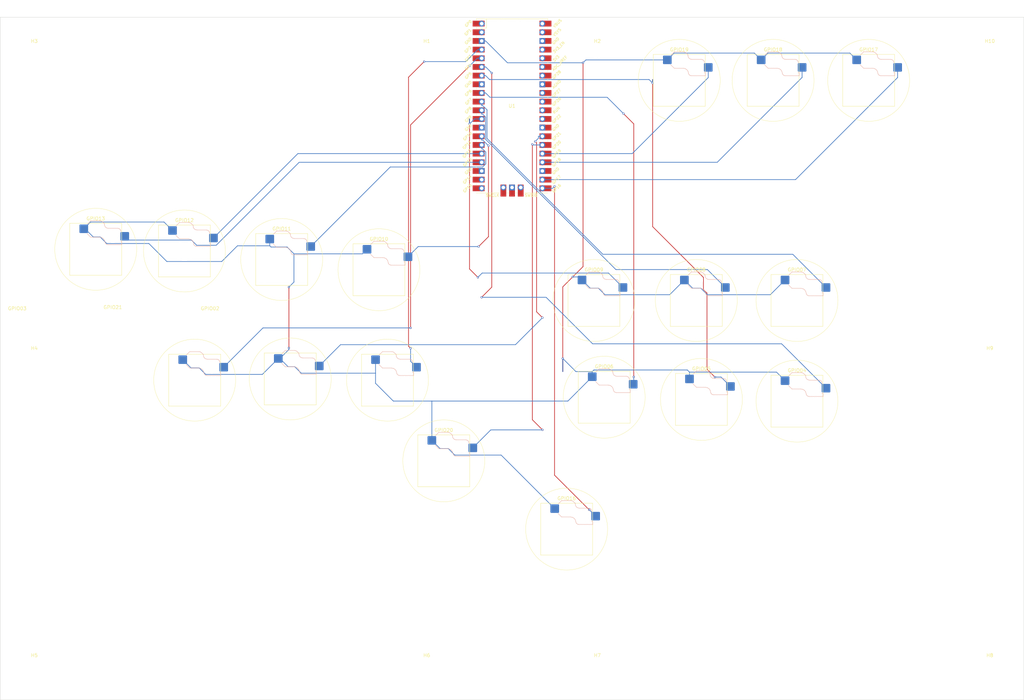
<source format=kicad_pcb>
(kicad_pcb (version 20241229) (generator "pcbnew") (generator_version "9.0")
  (layers (0 "F.Cu" signal) (2 "B.Cu" signal) (13 "F.Paste" user) (15 "B.Paste" user) (5 "F.SilkS" user "F.Silkscreen") (7 "B.SilkS" user "B.Silkscreen") (1 "F.Mask" user) (3 "B.Mask" user) (25 "Edge.Cuts" user))
  (net 0 "")
  (net 1 "GND")
  (net 2 "GPIO02")
  (net 3 "GPIO03")
  (net 4 "GPIO04")
  (net 5 "GPIO05")
  (net 6 "GPIO06")
  (net 7 "GPIO07")
  (net 8 "GPIO08")
  (net 9 "GPIO09")
  (net 10 "GPIO10")
  (net 11 "GPIO11")
  (net 12 "GPIO12")
  (net 13 "GPIO13")
  (net 14 "GPIO16")
  (net 15 "GPIO17")
  (net 16 "GPIO18")
  (net 17 "GPIO19")
  (net 18 "GPIO20")
  (net 19 "GPIO21")
  (footprint "switch_24" (layer "F.Cu") (at 254.5 18.5)
    (property "Reference" "GPIO17")
    (property "Value" "button_24")
  )
  (footprint "switch_24" (layer "F.Cu") (at 205.5 112)
    (property "Reference" "GPIO05")
    (property "Value" "button_24")
  )
  (footprint "switch_24" (layer "F.Cu") (at 82.5 71)
    (property "Reference" "GPIO11")
    (property "Value" "button_24")
  )
  (footprint "MountingHole_3.2mm_M3" (layer "F.Cu") (at 125 10)
    (property "Reference" "H1")
    (property "Value" "MountingHole_3.2mm_M3")
  )
  (footprint "switch_24" (layer "F.Cu") (at 199 18.5)
    (property "Reference" "GPIO19")
    (property "Value" "button_24")
  )
  (footprint "switch_24" (layer "F.Cu") (at 166 150)
    (property "Reference" "GPIO16")
    (property "Value" "button_24")
  )
  (footprint "MountingHole_3.2mm_M3" (layer "F.Cu") (at 10 190)
    (property "Reference" "H5")
    (property "Value" "MountingHole_3.2mm_M3")
  )
  (footprint "switch_24" (layer "F.Cu") (at 54 68.5)
    (property "Reference" "GPIO12")
    (property "Value" "button_24")
  )
  (footprint "switch_24" (layer "F.Cu") (at 111 74)
    (property "Reference" "GPIO10")
    (property "Value" "button_24")
  )
  (footprint "switch_24" (layer "F.Cu") (at 177 111.35)
    (property "Reference" "GPIO06")
    (property "Value" "button_24")
  )
  (footprint "MountingHole_3.2mm_M3" (layer "F.Cu") (at 125 190)
    (property "Reference" "H6")
    (property "Value" "MountingHole_3.2mm_M3")
  )
  (footprint "MountingHole_3.2mm_M3" (layer "F.Cu") (at 290 190)
    (property "Reference" "H8")
    (property "Value" "MountingHole_3.2mm_M3")
  )
  (footprint "switch_24" (layer "F.Cu") (at 85 106)
    (property "Reference" "GPIO21")
    (property "Value" "button_24")
  )
  (footprint "switch_24" (layer "F.Cu") (at 130 130)
    (property "Reference" "GPIO20")
    (property "Value" "button_24")
  )
  (footprint "MountingHole_3.2mm_M3" (layer "F.Cu") (at 175 10)
    (property "Reference" "H2")
    (property "Value" "MountingHole_3.2mm_M3")
  )
  (footprint "switch_24" (layer "F.Cu") (at 233.5 112.5)
    (property "Reference" "GPIO04")
    (property "Value" "button_24")
  )
  (footprint "MountingHole_3.2mm_M3" (layer "F.Cu") (at 10 10)
    (property "Reference" "H3")
    (property "Value" "MountingHole_3.2mm_M3")
  )
  (footprint "MountingHole_3.2mm_M3" (layer "F.Cu") (at 175 190)
    (property "Reference" "H7")
    (property "Value" "MountingHole_3.2mm_M3")
  )
  (footprint "switch_24" (layer "F.Cu") (at 57 106.35)
    (property "Reference" "GPIO03")
    (property "Value" "button_24")
  )
  (footprint "RPi_Pico_SMD_TH" (layer "F.Cu") (at 150 26)
    (property "Reference" "U1")
    (property "Value" "Pico")
  )
  (footprint "MountingHole_3.2mm_M3" (layer "F.Cu") (at 290 100)
    (property "Reference" "H9")
    (property "Value" "MountingHole_3.2mm_M3")
  )
  (footprint "switch_24" (layer "F.Cu") (at 28 68)
    (property "Reference" "GPIO13")
    (property "Value" "button_24")
  )
  (footprint "switch_24" (layer "F.Cu") (at 226.5 18.5)
    (property "Reference" "GPIO18")
    (property "Value" "button_24")
  )
  (footprint "switch_24" (layer "F.Cu") (at 233.5 83)
    (property "Reference" "GPIO07")
    (property "Value" "button_24")
  )
  (footprint "MountingHole_3.2mm_M3" (layer "F.Cu") (at 10 100)
    (property "Reference" "H4")
    (property "Value" "MountingHole_3.2mm_M3")
  )
  (footprint "switch_24" (layer "F.Cu") (at 174 83)
    (property "Reference" "GPIO09")
    (property "Value" "button_24")
  )
  (footprint "switch_24" (layer "F.Cu") (at 113.5 106.35)
    (property "Reference" "GPIO02")
    (property "Value" "button_24")
  )
  (footprint "switch_24" (layer "F.Cu") (at 204 83)
    (property "Reference" "GPIO08")
    (property "Value" "button_24")
  )
  (footprint "MountingHole_3.2mm_M3" (layer "F.Cu") (at 290 10)
    (property "Reference" "H10")
    (property "Value" "MountingHole_3.2mm_M3")
  )
  (gr_line (start 300 200) (end 0 200) (stroke (width 0.1)) (layer "Edge.Cuts"))
  (gr_line (start 300 0) (end 300 200) (stroke (width 0.1)) (layer "Edge.Cuts"))
  (gr_line (start 0 200) (end 0 0) (stroke (width 0.1)) (layer "Edge.Cuts"))
  (gr_line (start 0 0) (end 300 0) (stroke (width 0.1)) (layer "Edge.Cuts"))
  (segment (start 164.8627 103.8477) (end 164.8627 99.9986) (width 0.2) (layer "F.Cu") (net 1))
  (segment (start 164.8627 99.9986) (end 164.8627 79.0176) (width 0.2) (layer "F.Cu") (net 1))
  (segment (start 164.8627 79.0176) (end 167.7865 76.0938) (width 0.2) (layer "F.Cu") (net 1))
  (segment (start 84.6106 79.0819) (end 84.6106 96.9207) (width 0.2) (layer "F.Cu") (net 1))
  (segment (start 170.8073 13.3437) (end 170.8073 73.073) (width 0.2) (layer "F.Cu") (net 1))
  (segment (start 170.8073 73.073) (end 167.7865 76.0938) (width 0.2) (layer "F.Cu") (net 1))
  (segment (start 164.8627 99.9986) (end 164.8627 103.8477) (width 0.2) (layer "F.Cu") (net 1))
  (segment (start 24.6871 61.8129) (end 26.4833 60.0167) (width 0.2) (layer "B.Cu") (net 1))
  (segment (start 221.0142 10.5142) (end 197.4858 10.5142) (width 0.2) (layer "B.Cu") (net 1))
  (segment (start 48.8424 71.5829) (end 64.9276 71.5829) (width 0.2) (layer "B.Cu") (net 1))
  (segment (start 26.4833 60.0167) (end 48.0167 60.0167) (width 0.2) (layer "B.Cu") (net 1))
  (segment (start 170.5 77) (end 172.9084 79.4084) (width 0.2) (layer "B.Cu") (net 1))
  (segment (start 79.3679 67.3429) (end 79 66.974999) (width 0.2) (layer "B.Cu") (net 1))
  (segment (start 81.9627 100.0115) (end 81.9628 100.0114) (width 0.2) (layer "B.Cu") (net 1))
  (segment (start 223 12.5) (end 221.0142 10.5142) (width 0.2) (layer "B.Cu") (net 1))
  (segment (start 249.0142 10.5142) (end 224.9858 10.5142) (width 0.2) (layer "B.Cu") (net 1))
  (segment (start 202.9084 79.4084) (end 205.3154 79.4084) (width 0.2) (layer "B.Cu") (net 1))
  (segment (start 48.0167 60.0167) (end 50.5 62.5) (width 0.2) (layer "B.Cu") (net 1))
  (segment (start 205.3154 79.4084) (end 207.221 81.314) (width 0.2) (layer "B.Cu") (net 1))
  (segment (start 202 104.0101) (end 201.3607 103.3708) (width 0.2) (layer "B.Cu") (net 1))
  (segment (start 196.186 81.314) (end 200.5 77) (width 0.2) (layer "B.Cu") (net 1))
  (segment (start 173.5 105.35) (end 173.5 103.8477) (width 0.2) (layer "B.Cu") (net 1))
  (segment (start 197.4858 10.5142) (end 195.5 12.5) (width 0.2) (layer "B.Cu") (net 1))
  (segment (start 172.9084 79.4084) (end 175.3154 79.4084) (width 0.2) (layer "B.Cu") (net 1))
  (segment (start 24.5 62) (end 24.6871 61.8129) (width 0.2) (layer "B.Cu") (net 1))
  (segment (start 81.9628 100.0114) (end 84.3597 102.4084) (width 0.2) (layer "B.Cu") (net 1))
  (segment (start 27.2826 64.4084) (end 29.3154 64.4084) (width 0.2) (layer "B.Cu") (net 1))
  (segment (start 146.814 128.314) (end 162.5 144) (width 0.2) (layer "B.Cu") (net 1))
  (segment (start 207.221 81.314) (end 225.686 81.314) (width 0.2) (layer "B.Cu") (net 1))
  (segment (start 86.0833 69.3316) (end 86.0833 77.6092) (width 0.2) (layer "B.Cu") (net 1))
  (segment (start 110 100.35) (end 110 104.314) (width 0.2) (layer "B.Cu") (net 1))
  (segment (start 58.3154 102.7584) (end 60.221 104.664) (width 0.2) (layer "B.Cu") (net 1))
  (segment (start 115.2092 112.4858) (end 126.5 112.4858) (width 0.2) (layer "B.Cu") (net 1))
  (segment (start 173.9769 103.3708) (end 173.5 103.8477) (width 0.2) (layer "B.Cu") (net 1))
  (segment (start 230 106.5) (end 227.5101 104.0101) (width 0.2) (layer "B.Cu") (net 1))
  (segment (start 131.3154 126.4084) (end 133.221 128.314) (width 0.2) (layer "B.Cu") (net 1))
  (segment (start 81.5 100) (end 81.5115 100.0115) (width 0.2) (layer "B.Cu") (net 1))
  (segment (start 164.8627 99.9986) (end 164.8627 103.8477) (width 0.2) (layer "B.Cu") (net 1))
  (segment (start 224.9858 10.5142) (end 223 12.5) (width 0.2) (layer "B.Cu") (net 1))
  (segment (start 60.221 104.664) (end 76.836 104.664) (width 0.2) (layer "B.Cu") (net 1))
  (segment (start 88.221 104.314) (end 110 104.314) (width 0.2) (layer "B.Cu") (net 1))
  (segment (start 81.9628 100.0114) (end 84.6106 97.3636) (width 0.2) (layer "B.Cu") (net 1))
  (segment (start 177.221 81.314) (end 196.186 81.314) (width 0.2) (layer "B.Cu") (net 1))
  (segment (start 79 66.974999) (end 79 65) (width 0.2) (layer "B.Cu") (net 1))
  (segment (start 24.6871 61.8129) (end 27.2826 64.4084) (width 0.2) (layer "B.Cu") (net 1))
  (segment (start 86.0833 69.3316) (end 84.0946 67.3429) (width 0.2) (layer "B.Cu") (net 1))
  (segment (start 225.686 81.314) (end 230 77) (width 0.2) (layer "B.Cu") (net 1))
  (segment (start 29.3154 64.4084) (end 31.221 66.313999) (width 0.2) (layer "B.Cu") (net 1))
  (segment (start 84.3597 102.4084) (end 86.3154 102.4084) (width 0.2) (layer "B.Cu") (net 1))
  (segment (start 53.5 100.35) (end 55.9084 102.7584) (width 0.2) (layer "B.Cu") (net 1))
  (segment (start 148.6554 13.3437) (end 170.8073 13.3437) (width 0.2) (layer "B.Cu") (net 1))
  (segment (start 133.221 128.314) (end 146.814 128.314) (width 0.2) (layer "B.Cu") (net 1))
  (segment (start 86.3154 102.4084) (end 88.221 104.314) (width 0.2) (layer "B.Cu") (net 1))
  (segment (start 175.3154 79.4084) (end 177.221 81.314) (width 0.2) (layer "B.Cu") (net 1))
  (segment (start 110 107.2766) (end 115.2092 112.4858) (width 0.2) (layer "B.Cu") (net 1))
  (segment (start 110 104.314) (end 110 107.2766) (width 0.2) (layer "B.Cu") (net 1))
  (segment (start 141.11 6.95) (end 142.2617 6.95) (width 0.2) (layer "B.Cu") (net 1))
  (segment (start 169.5938 76.0938) (end 167.7865 76.0938) (width 0.2) (layer "B.Cu") (net 1))
  (segment (start 86.0833 77.6092) (end 84.6106 79.0819) (width 0.2) (layer "B.Cu") (net 1))
  (segment (start 126.5 124) (end 126.5 112.4858) (width 0.2) (layer "B.Cu") (net 1))
  (segment (start 69.5355 66.974999) (end 79 66.974999) (width 0.2) (layer "B.Cu") (net 1))
  (segment (start 171.651 12.5) (end 195.5 12.5) (width 0.2) (layer "B.Cu") (net 1))
  (segment (start 170.5 77) (end 169.5938 76.0938) (width 0.2) (layer "B.Cu") (net 1))
  (segment (start 107.5 68) (end 106.1684 69.3316) (width 0.2) (layer "B.Cu") (net 1))
  (segment (start 126.5 124) (end 128.9084 126.4084) (width 0.2) (layer "B.Cu") (net 1))
  (segment (start 31.221 66.313999) (end 43.5735 66.313999) (width 0.2) (layer "B.Cu") (net 1))
  (segment (start 200.5 77) (end 202.9084 79.4084) (width 0.2) (layer "B.Cu") (net 1))
  (segment (start 84.0946 67.3429) (end 79.3679 67.3429) (width 0.2) (layer "B.Cu") (net 1))
  (segment (start 251 12.5) (end 249.0142 10.5142) (width 0.2) (layer "B.Cu") (net 1))
  (segment (start 173.5 103.8477) (end 168.7118 103.8477) (width 0.2) (layer "B.Cu") (net 1))
  (segment (start 202 104.0101) (end 202 106) (width 0.2) (layer "B.Cu") (net 1))
  (segment (start 166.3642 112.4858) (end 173.5 105.35) (width 0.2) (layer "B.Cu") (net 1))
  (segment (start 43.5735 66.313999) (end 48.8424 71.5829) (width 0.2) (layer "B.Cu") (net 1))
  (segment (start 142.2617 6.95) (end 148.6554 13.3437) (width 0.2) (layer "B.Cu") (net 1))
  (segment (start 64.9276 71.5829) (end 69.5355 66.974999) (width 0.2) (layer "B.Cu") (net 1))
  (segment (start 81.5115 100.0115) (end 81.9627 100.0115) (width 0.2) (layer "B.Cu") (net 1))
  (segment (start 170.8073 13.3437) (end 171.651 12.5) (width 0.2) (layer "B.Cu") (net 1))
  (segment (start 164.8627 103.8477) (end 164.8627 99.9986) (width 0.2) (layer "B.Cu") (net 1))
  (segment (start 168.7118 103.8477) (end 164.8627 99.9986) (width 0.2) (layer "B.Cu") (net 1))
  (segment (start 76.836 104.664) (end 81.5 100) (width 0.2) (layer "B.Cu") (net 1))
  (segment (start 55.9084 102.7584) (end 58.3154 102.7584) (width 0.2) (layer "B.Cu") (net 1))
  (segment (start 201.3607 103.3708) (end 173.9769 103.3708) (width 0.2) (layer "B.Cu") (net 1))
  (segment (start 106.1684 69.3316) (end 86.0833 69.3316) (width 0.2) (layer "B.Cu") (net 1))
  (segment (start 84.6106 97.3636) (end 84.6106 96.9207) (width 0.2) (layer "B.Cu") (net 1))
  (segment (start 128.9084 126.4084) (end 131.3154 126.4084) (width 0.2) (layer "B.Cu") (net 1))
  (segment (start 227.5101 104.0101) (end 202 104.0101) (width 0.2) (layer "B.Cu") (net 1))
  (segment (start 126.5 112.4858) (end 166.3642 112.4858) (width 0.2) (layer "B.Cu") (net 1))
  (segment (start 120.2782 97.0105) (end 119.6651 96.3974) (width 0.2) (layer "F.Cu") (net 2))
  (segment (start 119.6651 17.5828) (end 124.2336 13.0143) (width 0.2) (layer "F.Cu") (net 2))
  (segment (start 119.6651 96.3974) (end 119.6651 17.5828) (width 0.2) (layer "F.Cu") (net 2))
  (segment (start 124.2336 13.0143) (end 136.434 13.0143) (width 0.2) (layer "B.Cu") (net 2))
  (segment (start 122 102.55) (end 120.2782 100.8282) (width 0.2) (layer "B.Cu") (net 2))
  (segment (start 141.11 9.49) (end 139.9583 9.49) (width 0.2) (layer "B.Cu") (net 2))
  (segment (start 120.2782 100.8282) (end 120.2782 97.0105) (width 0.2) (layer "B.Cu") (net 2))
  (segment (start 136.434 13.0143) (end 139.9583 9.49) (width 0.2) (layer "B.Cu") (net 2))
  (segment (start 120.2782 31.5436) (end 137.5429 14.2789) (width 0.2) (layer "F.Cu") (net 3))
  (segment (start 120.2782 91.0343) (end 120.2782 31.5436) (width 0.2) (layer "F.Cu") (net 3))
  (segment (start 77.0157 91.0343) (end 65.5 102.55) (width 0.2) (layer "B.Cu") (net 3))
  (segment (start 139.7918 12.03) (end 137.5429 14.2789) (width 0.2) (layer "B.Cu") (net 3))
  (segment (start 120.2782 91.0343) (end 77.0157 91.0343) (width 0.2) (layer "B.Cu") (net 3))
  (segment (start 141.11 12.03) (end 139.7918 12.03) (width 0.2) (layer "B.Cu") (net 3))
  (segment (start 144.0566 79.0977) (end 141.0843 82.07) (width 0.2) (layer "F.Cu") (net 4))
  (segment (start 144.0566 16.3318) (end 144.0566 79.0977) (width 0.2) (layer "F.Cu") (net 4))
  (segment (start 173.6058 95.6934) (end 228.9934 95.6934) (width 0.2) (layer "B.Cu") (net 4))
  (segment (start 141.0843 82.07) (end 159.9824 82.07) (width 0.2) (layer "B.Cu") (net 4))
  (segment (start 228.9934 95.6934) (end 242 108.7) (width 0.2) (layer "B.Cu") (net 4))
  (segment (start 142.2948 14.57) (end 144.0566 16.3318) (width 0.2) (layer "B.Cu") (net 4))
  (segment (start 141.11 14.57) (end 142.2948 14.57) (width 0.2) (layer "B.Cu") (net 4))
  (segment (start 159.9824 82.07) (end 173.6058 95.6934) (width 0.2) (layer "B.Cu") (net 4))
  (segment (start 191.2136 19.3199) (end 191.2136 61.3766) (width 0.2) (layer "F.Cu") (net 5))
  (segment (start 191.2136 19.3199) (end 191.2136 18.2779) (width 0.2) (layer "F.Cu") (net 5))
  (segment (start 206.0767 79.7982) (end 207.1268 80.8483) (width 0.2) (layer "F.Cu") (net 5))
  (segment (start 206.0767 76.2397) (end 206.0767 79.7982) (width 0.2) (layer "F.Cu") (net 5))
  (segment (start 191.2136 61.3766) (end 206.0767 76.2397) (width 0.2) (layer "F.Cu") (net 5))
  (segment (start 207.1268 80.8483) (end 207.1268 103.1325) (width 0.2) (layer "F.Cu") (net 5))
  (segment (start 191.2136 18.2779) (end 191.2136 19.3199) (width 0.2) (layer "F.Cu") (net 5))
  (segment (start 207.1268 103.1325) (end 209.4472 105.4529) (width 0.2) (layer "F.Cu") (net 5))
  (segment (start 209.4472 105.4529) (end 211.2529 105.4529) (width 0.2) (layer "B.Cu") (net 5))
  (segment (start 191.2136 18.2779) (end 191.2136 19.3199) (width 0.2) (layer "B.Cu") (net 5))
  (segment (start 141.11 17.11) (end 142.2617 17.11) (width 0.2) (layer "B.Cu") (net 5))
  (segment (start 211.2529 105.4529) (end 214 108.2) (width 0.2) (layer "B.Cu") (net 5))
  (segment (start 190.1554 18.2617) (end 191.2136 19.3199) (width 0.2) (layer "B.Cu") (net 5))
  (segment (start 142.2617 17.11) (end 143.4134 18.2617) (width 0.2) (layer "B.Cu") (net 5))
  (segment (start 143.4134 18.2617) (end 190.1554 18.2617) (width 0.2) (layer "B.Cu") (net 5))
  (segment (start 191.2136 19.3199) (end 191.2136 18.2779) (width 0.2) (layer "B.Cu") (net 5))
  (segment (start 185.6688 31.2565) (end 182.6965 28.2842) (width 0.2) (layer "F.Cu") (net 6))
  (segment (start 185.6688 105.3899) (end 185.6688 31.2565) (width 0.2) (layer "F.Cu") (net 6))
  (segment (start 182.6965 28.2842) (end 177.8723 23.46) (width 0.2) (layer "B.Cu") (net 6))
  (segment (start 141.11 22.19) (end 142.2617 22.19) (width 0.2) (layer "B.Cu") (net 6))
  (segment (start 143.5317 23.46) (end 142.2617 22.19) (width 0.2) (layer "B.Cu") (net 6))
  (segment (start 185.6688 107.3812) (end 185.6688 105.3899) (width 0.2) (layer "B.Cu") (net 6))
  (segment (start 177.8723 23.46) (end 143.5317 23.46) (width 0.2) (layer "B.Cu") (net 6))
  (segment (start 185.5 107.55) (end 185.6688 107.3812) (width 0.2) (layer "B.Cu") (net 6))
  (segment (start 141.11 24.73) (end 141.11 25.8817) (width 0.2) (layer "B.Cu") (net 7))
  (segment (start 142.6634 27.1471) (end 141.398 25.8817) (width 0.2) (layer "B.Cu") (net 7))
  (segment (start 232.2679 69.4679) (end 176.5888 69.4679) (width 0.2) (layer "B.Cu") (net 7))
  (segment (start 176.5888 69.4679) (end 142.6634 35.5425) (width 0.2) (layer "B.Cu") (net 7))
  (segment (start 142.6634 35.5425) (end 142.6634 27.1471) (width 0.2) (layer "B.Cu") (net 7))
  (segment (start 141.398 25.8817) (end 141.11 25.8817) (width 0.2) (layer "B.Cu") (net 7))
  (segment (start 242 79.2) (end 232.2679 69.4679) (width 0.2) (layer "B.Cu") (net 7))
  (segment (start 141.4273 28.4217) (end 142.2617 29.2561) (width 0.2) (layer "B.Cu") (net 8))
  (segment (start 141.11 28.4217) (end 141.4273 28.4217) (width 0.2) (layer "B.Cu") (net 8))
  (segment (start 142.2617 29.2561) (end 142.2617 35.7863) (width 0.2) (layer "B.Cu") (net 8))
  (segment (start 207.2505 73.9505) (end 212.5 79.2) (width 0.2) (layer "B.Cu") (net 8))
  (segment (start 142.2617 35.7863) (end 180.4259 73.9505) (width 0.2) (layer "B.Cu") (net 8))
  (segment (start 141.11 27.27) (end 141.11 28.4217) (width 0.2) (layer "B.Cu") (net 8))
  (segment (start 180.4259 73.9505) (end 207.2505 73.9505) (width 0.2) (layer "B.Cu") (net 8))
  (segment (start 137.543 31.2723) (end 137.543 29.81) (width 0.2) (layer "F.Cu") (net 9))
  (segment (start 137.543 73.7695) (end 139.992 76.2185) (width 0.2) (layer "F.Cu") (net 9))
  (segment (start 137.543 29.81) (end 137.543 31.2723) (width 0.2) (layer "F.Cu") (net 9))
  (segment (start 137.543 31.2723) (end 137.543 73.7695) (width 0.2) (layer "F.Cu") (net 9))
  (segment (start 137.543 29.81) (end 137.543 31.2723) (width 0.2) (layer "B.Cu") (net 9))
  (segment (start 178.2699 74.9699) (end 141.2406 74.9699) (width 0.2) (layer "B.Cu") (net 9))
  (segment (start 137.543 31.2723) (end 137.543 29.81) (width 0.2) (layer "B.Cu") (net 9))
  (segment (start 141.2406 74.9699) (end 139.992 76.2185) (width 0.2) (layer "B.Cu") (net 9))
  (segment (start 182.5 79.2) (end 178.2699 74.9699) (width 0.2) (layer "B.Cu") (net 9))
  (segment (start 137.543 31.2723) (end 139.0053 29.81) (width 0.2) (layer "B.Cu") (net 9))
  (segment (start 139.0053 29.81) (end 141.11 29.81) (width 0.2) (layer "B.Cu") (net 9))
  (segment (start 143.0902 37.6628) (end 143.0902 64.3133) (width 0.2) (layer "F.Cu") (net 10))
  (segment (start 143.0902 64.3133) (end 140.1912 67.2123) (width 0.2) (layer "F.Cu") (net 10))
  (segment (start 141.11 36.0417) (end 141.4691 36.0417) (width 0.2) (layer "B.Cu") (net 10))
  (segment (start 140.1912 67.2123) (end 122.4877 67.2123) (width 0.2) (layer "B.Cu") (net 10))
  (segment (start 141.11 34.89) (end 141.11 36.0417) (width 0.2) (layer "B.Cu") (net 10))
  (segment (start 141.4691 36.0417) (end 143.0902 37.6628) (width 0.2) (layer "B.Cu") (net 10))
  (segment (start 122.4877 67.2123) (end 119.5 70.2) (width 0.2) (layer "B.Cu") (net 10))
  (segment (start 141.3906 43.8889) (end 142.301 42.9785) (width 0.2) (layer "B.Cu") (net 11))
  (segment (start 91 67.2) (end 114.3111 43.8889) (width 0.2) (layer "B.Cu") (net 11))
  (segment (start 142.301 42.9785) (end 142.301 39.5042) (width 0.2) (layer "B.Cu") (net 11))
  (segment (start 141.3785 38.5817) (end 141.11 38.5817) (width 0.2) (layer "B.Cu") (net 11))
  (segment (start 141.11 37.43) (end 141.11 38.5817) (width 0.2) (layer "B.Cu") (net 11))
  (segment (start 142.301 39.5042) (end 141.3785 38.5817) (width 0.2) (layer "B.Cu") (net 11))
  (segment (start 114.3111 43.8889) (end 141.3906 43.8889) (width 0.2) (layer "B.Cu") (net 11))
  (segment (start 62.5 64.7) (end 87.23 39.97) (width 0.2) (layer "B.Cu") (net 12))
  (segment (start 87.23 39.97) (end 141.11 39.97) (width 0.2) (layer "B.Cu") (net 12))
  (segment (start 87.6171 42.51) (end 63.2944 66.8327) (width 0.2) (layer "B.Cu") (net 13))
  (segment (start 57.5844 66.8327) (end 56.0575 65.3058) (width 0.2) (layer "B.Cu") (net 13))
  (segment (start 37.6058 65.3058) (end 36.5 64.2) (width 0.2) (layer "B.Cu") (net 13))
  (segment (start 56.0575 65.3058) (end 37.6058 65.3058) (width 0.2) (layer "B.Cu") (net 13))
  (segment (start 141.11 42.51) (end 87.6171 42.51) (width 0.2) (layer "B.Cu") (net 13))
  (segment (start 63.2944 66.8327) (end 57.5844 66.8327) (width 0.2) (layer "B.Cu") (net 13))
  (segment (start 162.4583 134.199099) (end 172.5944 144.3352) (width 0.2) (layer "F.Cu") (net 14))
  (segment (start 162.4583 49.5675) (end 162.4583 134.199099) (width 0.2) (layer "F.Cu") (net 14))
  (segment (start 158.89 50.13) (end 161.8958 50.13) (width 0.2) (layer "B.Cu") (net 14))
  (segment (start 172.5944 144.3352) (end 172.6352 144.3352) (width 0.2) (layer "B.Cu") (net 14))
  (segment (start 172.6352 144.3352) (end 174.5 146.2) (width 0.2) (layer "B.Cu") (net 14))
  (segment (start 161.8958 50.13) (end 162.4583 49.5675) (width 0.2) (layer "B.Cu") (net 14))
  (segment (start 158.89 47.59) (end 233.0711 47.59) (width 0.2) (layer "B.Cu") (net 15))
  (segment (start 263 17.6611) (end 263 14.7) (width 0.2) (layer "B.Cu") (net 15))
  (segment (start 233.0711 47.59) (end 263 17.6611) (width 0.2) (layer "B.Cu") (net 15))
  (segment (start 210.1336 42.5099) (end 160.0417 42.5099) (width 0.2) (layer "B.Cu") (net 16))
  (segment (start 235 17.6435) (end 210.1336 42.5099) (width 0.2) (layer "B.Cu") (net 16))
  (segment (start 160.0417 42.5099) (end 160.0417 42.51) (width 0.2) (layer "B.Cu") (net 16))
  (segment (start 158.89 42.51) (end 160.0417 42.51) (width 0.2) (layer "B.Cu") (net 16))
  (segment (start 235 14.7) (end 235 17.6435) (width 0.2) (layer "B.Cu") (net 16))
  (segment (start 207.5 17.6849) (end 185.2149 39.97) (width 0.2) (layer "B.Cu") (net 17))
  (segment (start 185.2149 39.97) (end 158.89 39.97) (width 0.2) (layer "B.Cu") (net 17))
  (segment (start 207.5 14.7) (end 207.5 17.6849) (width 0.2) (layer "B.Cu") (net 17))
  (segment (start 155.9458 117.943) (end 158.9181 120.9153) (width 0.2) (layer "F.Cu") (net 18))
  (segment (start 155.9458 37.2485) (end 155.9458 117.943) (width 0.2) (layer "F.Cu") (net 18))
  (segment (start 158.9181 120.9153) (end 143.7847 120.9153) (width 0.2) (layer "B.Cu") (net 18))
  (segment (start 158.89 37.43) (end 156.1273 37.43) (width 0.2) (layer "B.Cu") (net 18))
  (segment (start 143.7847 120.9153) (end 138.5 126.2) (width 0.2) (layer "B.Cu") (net 18))
  (segment (start 156.1273 37.43) (end 155.9458 37.2485) (width 0.2) (layer "B.Cu") (net 18))
  (segment (start 157.1994 36.8437) (end 157.1994 86.3275) (width 0.2) (layer "F.Cu") (net 19))
  (segment (start 156.773 36.4174) (end 157.1993 36.8437) (width 0.2) (layer "F.Cu") (net 19))
  (segment (start 157.1993 36.8437) (end 157.1994 36.8437) (width 0.2) (layer "F.Cu") (net 19))
  (segment (start 157.1994 86.3275) (end 158.9181 88.0462) (width 0.2) (layer "F.Cu") (net 19))
  (segment (start 158.9181 88.0462) (end 150.9997 95.9646) (width 0.2) (layer "B.Cu") (net 19))
  (segment (start 99.7354 95.9646) (end 93.5 102.2) (width 0.2) (layer "B.Cu") (net 19))
  (segment (start 150.9997 95.9646) (end 99.7354 95.9646) (width 0.2) (layer "B.Cu") (net 19))
  (segment (start 158.89 34.89) (end 157.7383 34.89) (width 0.2) (layer "B.Cu") (net 19))
  (segment (start 157.7383 35.4521) (end 156.773 36.4174) (width 0.2) (layer "B.Cu") (net 19))
  (segment (start 157.7383 34.89) (end 157.7383 35.4521) (width 0.2) (layer "B.Cu") (net 19))
  (via (at 84.6106 79.0819) (size 0.6) (drill 0.3) (layers "F.Cu" "B.Cu") (net 1))
  (via (at 84.6106 96.9207) (size 0.6) (drill 0.3) (layers "F.Cu" "B.Cu") (net 1))
  (via (at 164.8627 99.9986) (size 0.6) (drill 0.3) (layers "F.Cu" "B.Cu") (net 1))
  (via (at 167.7865 76.0938) (size 0.6) (drill 0.3) (layers "F.Cu" "B.Cu") (net 1))
  (via (at 170.8073 13.3437) (size 0.6) (drill 0.3) (layers "F.Cu" "B.Cu") (net 1))
  (via (at 124.2336 13.0143) (size 0.6) (drill 0.3) (layers "F.Cu" "B.Cu") (net 2))
  (via (at 120.2782 97.0105) (size 0.6) (drill 0.3) (layers "F.Cu" "B.Cu") (net 2))
  (via (at 120.2782 91.0343) (size 0.6) (drill 0.3) (layers "F.Cu" "B.Cu") (net 3))
  (via (at 137.5429 14.2789) (size 0.6) (drill 0.3) (layers "F.Cu" "B.Cu") (net 3))
  (via (at 141.0843 82.07) (size 0.6) (drill 0.3) (layers "F.Cu" "B.Cu") (net 4))
  (via (at 144.0566 16.3318) (size 0.6) (drill 0.3) (layers "F.Cu" "B.Cu") (net 4))
  (via (at 209.4472 105.4529) (size 0.6) (drill 0.3) (layers "F.Cu" "B.Cu") (net 5))
  (via (at 191.2136 19.3199) (size 0.6) (drill 0.3) (layers "F.Cu" "B.Cu") (net 5))
  (via (at 182.6965 28.2842) (size 0.6) (drill 0.3) (layers "F.Cu" "B.Cu") (net 6))
  (via (at 185.6688 105.3899) (size 0.6) (drill 0.3) (layers "F.Cu" "B.Cu") (net 6))
  (via (at 137.543 31.2723) (size 0.6) (drill 0.3) (layers "F.Cu" "B.Cu") (net 9))
  (via (at 139.992 76.2185) (size 0.6) (drill 0.3) (layers "F.Cu" "B.Cu") (net 9))
  (via (at 140.1912 67.2123) (size 0.6) (drill 0.3) (layers "F.Cu" "B.Cu") (net 10))
  (via (at 143.0902 37.6628) (size 0.6) (drill 0.3) (layers "F.Cu" "B.Cu") (net 10))
  (via (at 172.5944 144.3352) (size 0.6) (drill 0.3) (layers "F.Cu" "B.Cu") (net 14))
  (via (at 162.4583 49.5675) (size 0.6) (drill 0.3) (layers "F.Cu" "B.Cu") (net 14))
  (via (at 158.9181 120.9153) (size 0.6) (drill 0.3) (layers "F.Cu" "B.Cu") (net 18))
  (via (at 155.9458 37.2485) (size 0.6) (drill 0.3) (layers "F.Cu" "B.Cu") (net 18))
  (via (at 158.9181 88.0462) (size 0.6) (drill 0.3) (layers "F.Cu" "B.Cu") (net 19))
  (via (at 156.773 36.4174) (size 0.6) (drill 0.3) (layers "F.Cu" "B.Cu") (net 19))
)
</source>
